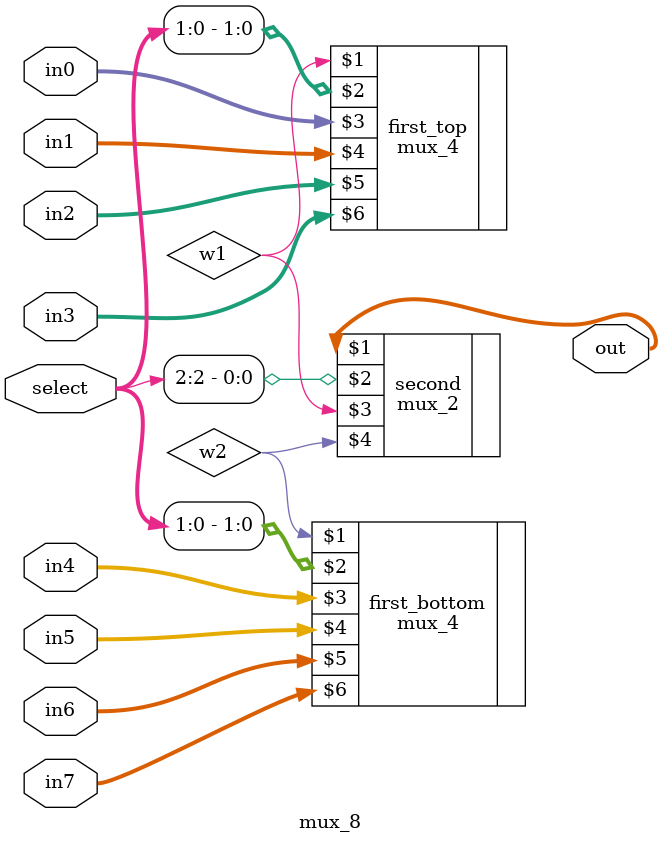
<source format=v>
module mux_8(out, select, in0, in1, in2, in3, in4, in5, in6, in7);
	input [2:0] select;
	input [31:0] in0, in1, in2, in3, in4, in5, in6, in7;
	output [31:0] out;
	wire w1, w2;
	mux_4 first_top(w1, select[1:0], in0, in1, in2, in3);
	mux_4 first_bottom(w2, select[1:0], in4, in5, in6, in7);
	mux_2 second(out, select[2], w1, w2);
endmodule
</source>
